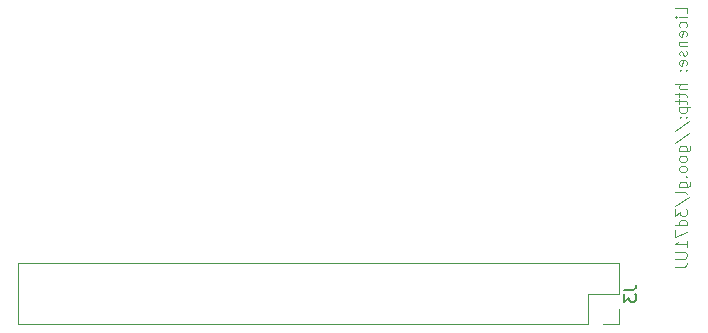
<source format=gbr>
G04 #@! TF.GenerationSoftware,KiCad,Pcbnew,(5.0.0)*
G04 #@! TF.CreationDate,2018-11-21T11:56:39+01:00*
G04 #@! TF.ProjectId,RRAT,525241542E6B696361645F7063620000,rev?*
G04 #@! TF.SameCoordinates,Original*
G04 #@! TF.FileFunction,Legend,Bot*
G04 #@! TF.FilePolarity,Positive*
%FSLAX46Y46*%
G04 Gerber Fmt 4.6, Leading zero omitted, Abs format (unit mm)*
G04 Created by KiCad (PCBNEW (5.0.0)) date 11/21/18 11:56:39*
%MOMM*%
%LPD*%
G01*
G04 APERTURE LIST*
%ADD10C,0.080000*%
%ADD11C,0.120000*%
%ADD12C,0.150000*%
G04 APERTURE END LIST*
D10*
X175753259Y-103423305D02*
X175753259Y-102970924D01*
X174803259Y-102970924D01*
X175753259Y-103739972D02*
X175119926Y-103739972D01*
X174803259Y-103739972D02*
X174848498Y-103694734D01*
X174893736Y-103739972D01*
X174848498Y-103785210D01*
X174803259Y-103739972D01*
X174893736Y-103739972D01*
X175708021Y-104599495D02*
X175753259Y-104509019D01*
X175753259Y-104328067D01*
X175708021Y-104237591D01*
X175662783Y-104192353D01*
X175572307Y-104147114D01*
X175300878Y-104147114D01*
X175210402Y-104192353D01*
X175165164Y-104237591D01*
X175119926Y-104328067D01*
X175119926Y-104509019D01*
X175165164Y-104599495D01*
X175708021Y-105368543D02*
X175753259Y-105278067D01*
X175753259Y-105097114D01*
X175708021Y-105006638D01*
X175617545Y-104961400D01*
X175255640Y-104961400D01*
X175165164Y-105006638D01*
X175119926Y-105097114D01*
X175119926Y-105278067D01*
X175165164Y-105368543D01*
X175255640Y-105413781D01*
X175346117Y-105413781D01*
X175436593Y-104961400D01*
X175119926Y-105820924D02*
X175753259Y-105820924D01*
X175210402Y-105820924D02*
X175165164Y-105866162D01*
X175119926Y-105956638D01*
X175119926Y-106092353D01*
X175165164Y-106182829D01*
X175255640Y-106228067D01*
X175753259Y-106228067D01*
X175708021Y-106635210D02*
X175753259Y-106725686D01*
X175753259Y-106906638D01*
X175708021Y-106997114D01*
X175617545Y-107042353D01*
X175572307Y-107042353D01*
X175481831Y-106997114D01*
X175436593Y-106906638D01*
X175436593Y-106770924D01*
X175391355Y-106680448D01*
X175300878Y-106635210D01*
X175255640Y-106635210D01*
X175165164Y-106680448D01*
X175119926Y-106770924D01*
X175119926Y-106906638D01*
X175165164Y-106997114D01*
X175708021Y-107811400D02*
X175753259Y-107720924D01*
X175753259Y-107539972D01*
X175708021Y-107449495D01*
X175617545Y-107404257D01*
X175255640Y-107404257D01*
X175165164Y-107449495D01*
X175119926Y-107539972D01*
X175119926Y-107720924D01*
X175165164Y-107811400D01*
X175255640Y-107856638D01*
X175346117Y-107856638D01*
X175436593Y-107404257D01*
X175662783Y-108263781D02*
X175708021Y-108309019D01*
X175753259Y-108263781D01*
X175708021Y-108218543D01*
X175662783Y-108263781D01*
X175753259Y-108263781D01*
X175165164Y-108263781D02*
X175210402Y-108309019D01*
X175255640Y-108263781D01*
X175210402Y-108218543D01*
X175165164Y-108263781D01*
X175255640Y-108263781D01*
X175753259Y-109439972D02*
X174803259Y-109439972D01*
X175753259Y-109847114D02*
X175255640Y-109847114D01*
X175165164Y-109801876D01*
X175119926Y-109711400D01*
X175119926Y-109575686D01*
X175165164Y-109485210D01*
X175210402Y-109439972D01*
X175119926Y-110163781D02*
X175119926Y-110525686D01*
X174803259Y-110299495D02*
X175617545Y-110299495D01*
X175708021Y-110344734D01*
X175753259Y-110435210D01*
X175753259Y-110525686D01*
X175119926Y-110706638D02*
X175119926Y-111068543D01*
X174803259Y-110842353D02*
X175617545Y-110842353D01*
X175708021Y-110887591D01*
X175753259Y-110978067D01*
X175753259Y-111068543D01*
X175119926Y-111385210D02*
X176069926Y-111385210D01*
X175165164Y-111385210D02*
X175119926Y-111475686D01*
X175119926Y-111656638D01*
X175165164Y-111747114D01*
X175210402Y-111792353D01*
X175300878Y-111837591D01*
X175572307Y-111837591D01*
X175662783Y-111792353D01*
X175708021Y-111747114D01*
X175753259Y-111656638D01*
X175753259Y-111475686D01*
X175708021Y-111385210D01*
X175662783Y-112244734D02*
X175708021Y-112289972D01*
X175753259Y-112244734D01*
X175708021Y-112199495D01*
X175662783Y-112244734D01*
X175753259Y-112244734D01*
X175165164Y-112244734D02*
X175210402Y-112289972D01*
X175255640Y-112244734D01*
X175210402Y-112199495D01*
X175165164Y-112244734D01*
X175255640Y-112244734D01*
X174758021Y-113375686D02*
X175979450Y-112561400D01*
X174758021Y-114370924D02*
X175979450Y-113556638D01*
X175119926Y-115094734D02*
X175888974Y-115094734D01*
X175979450Y-115049495D01*
X176024688Y-115004257D01*
X176069926Y-114913781D01*
X176069926Y-114778067D01*
X176024688Y-114687591D01*
X175708021Y-115094734D02*
X175753259Y-115004257D01*
X175753259Y-114823305D01*
X175708021Y-114732829D01*
X175662783Y-114687591D01*
X175572307Y-114642353D01*
X175300878Y-114642353D01*
X175210402Y-114687591D01*
X175165164Y-114732829D01*
X175119926Y-114823305D01*
X175119926Y-115004257D01*
X175165164Y-115094734D01*
X175753259Y-115682829D02*
X175708021Y-115592353D01*
X175662783Y-115547114D01*
X175572307Y-115501876D01*
X175300878Y-115501876D01*
X175210402Y-115547114D01*
X175165164Y-115592353D01*
X175119926Y-115682829D01*
X175119926Y-115818543D01*
X175165164Y-115909019D01*
X175210402Y-115954257D01*
X175300878Y-115999495D01*
X175572307Y-115999495D01*
X175662783Y-115954257D01*
X175708021Y-115909019D01*
X175753259Y-115818543D01*
X175753259Y-115682829D01*
X175753259Y-116542353D02*
X175708021Y-116451876D01*
X175662783Y-116406638D01*
X175572307Y-116361400D01*
X175300878Y-116361400D01*
X175210402Y-116406638D01*
X175165164Y-116451876D01*
X175119926Y-116542353D01*
X175119926Y-116678067D01*
X175165164Y-116768543D01*
X175210402Y-116813781D01*
X175300878Y-116859019D01*
X175572307Y-116859019D01*
X175662783Y-116813781D01*
X175708021Y-116768543D01*
X175753259Y-116678067D01*
X175753259Y-116542353D01*
X175662783Y-117266162D02*
X175708021Y-117311400D01*
X175753259Y-117266162D01*
X175708021Y-117220924D01*
X175662783Y-117266162D01*
X175753259Y-117266162D01*
X175119926Y-118125686D02*
X175888974Y-118125686D01*
X175979450Y-118080448D01*
X176024688Y-118035210D01*
X176069926Y-117944734D01*
X176069926Y-117809019D01*
X176024688Y-117718543D01*
X175708021Y-118125686D02*
X175753259Y-118035210D01*
X175753259Y-117854257D01*
X175708021Y-117763781D01*
X175662783Y-117718543D01*
X175572307Y-117673305D01*
X175300878Y-117673305D01*
X175210402Y-117718543D01*
X175165164Y-117763781D01*
X175119926Y-117854257D01*
X175119926Y-118035210D01*
X175165164Y-118125686D01*
X175753259Y-118713781D02*
X175708021Y-118623305D01*
X175617545Y-118578067D01*
X174803259Y-118578067D01*
X174758021Y-119754257D02*
X175979450Y-118939972D01*
X174803259Y-119980448D02*
X174803259Y-120568543D01*
X175165164Y-120251876D01*
X175165164Y-120387591D01*
X175210402Y-120478067D01*
X175255640Y-120523305D01*
X175346117Y-120568543D01*
X175572307Y-120568543D01*
X175662783Y-120523305D01*
X175708021Y-120478067D01*
X175753259Y-120387591D01*
X175753259Y-120116162D01*
X175708021Y-120025686D01*
X175662783Y-119980448D01*
X175753259Y-121382829D02*
X174803259Y-121382829D01*
X175708021Y-121382829D02*
X175753259Y-121292353D01*
X175753259Y-121111400D01*
X175708021Y-121020924D01*
X175662783Y-120975686D01*
X175572307Y-120930448D01*
X175300878Y-120930448D01*
X175210402Y-120975686D01*
X175165164Y-121020924D01*
X175119926Y-121111400D01*
X175119926Y-121292353D01*
X175165164Y-121382829D01*
X174803259Y-121744734D02*
X174803259Y-122378067D01*
X175753259Y-121970924D01*
X175753259Y-123237591D02*
X175753259Y-122694734D01*
X175753259Y-122966162D02*
X174803259Y-122966162D01*
X174938974Y-122875686D01*
X175029450Y-122785210D01*
X175074688Y-122694734D01*
X174803259Y-123644734D02*
X175572307Y-123644734D01*
X175662783Y-123689972D01*
X175708021Y-123735210D01*
X175753259Y-123825686D01*
X175753259Y-124006638D01*
X175708021Y-124097114D01*
X175662783Y-124142353D01*
X175572307Y-124187591D01*
X174803259Y-124187591D01*
X174803259Y-124911400D02*
X175481831Y-124911400D01*
X175617545Y-124866162D01*
X175708021Y-124775686D01*
X175753259Y-124639972D01*
X175753259Y-124549495D01*
D11*
G04 #@! TO.C,J3*
X119103598Y-129761634D02*
X119103598Y-124561634D01*
X167423598Y-129761634D02*
X119103598Y-129761634D01*
X170023598Y-124561634D02*
X119103598Y-124561634D01*
X167423598Y-129761634D02*
X167423598Y-127161634D01*
X167423598Y-127161634D02*
X170023598Y-127161634D01*
X170023598Y-127161634D02*
X170023598Y-124561634D01*
X168693598Y-129761634D02*
X170023598Y-129761634D01*
X170023598Y-129761634D02*
X170023598Y-128431634D01*
D12*
X170475978Y-126828300D02*
X171190264Y-126828300D01*
X171333121Y-126780681D01*
X171428359Y-126685443D01*
X171475978Y-126542586D01*
X171475978Y-126447348D01*
X170475978Y-127209253D02*
X170475978Y-127828300D01*
X170856931Y-127494967D01*
X170856931Y-127637824D01*
X170904550Y-127733062D01*
X170952169Y-127780681D01*
X171047407Y-127828300D01*
X171285502Y-127828300D01*
X171380740Y-127780681D01*
X171428359Y-127733062D01*
X171475978Y-127637824D01*
X171475978Y-127352110D01*
X171428359Y-127256872D01*
X171380740Y-127209253D01*
G04 #@! TD*
M02*

</source>
